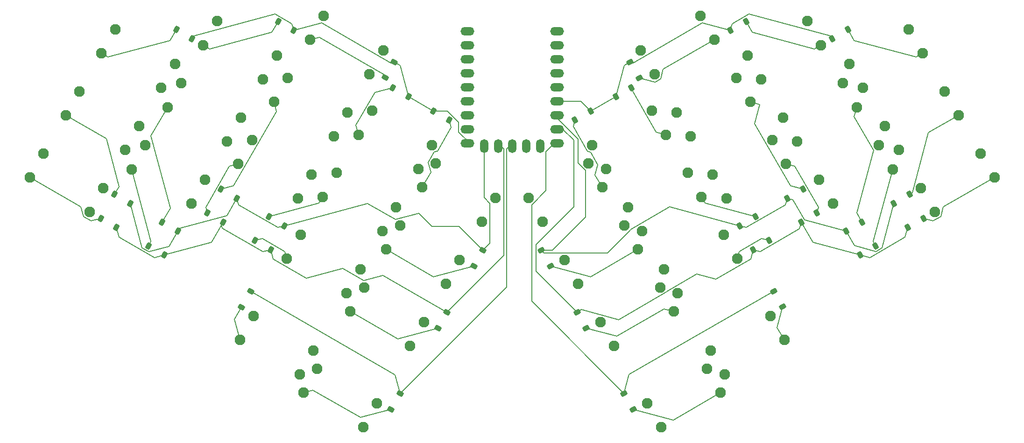
<source format=gbr>
%TF.GenerationSoftware,KiCad,Pcbnew,8.0.7-8.0.7-0~ubuntu22.04.1*%
%TF.CreationDate,2025-01-04T18:43:15+00:00*%
%TF.ProjectId,minikeeb,6d696e69-6b65-4656-922e-6b696361645f,rev?*%
%TF.SameCoordinates,Original*%
%TF.FileFunction,Copper,L1,Top*%
%TF.FilePolarity,Positive*%
%FSLAX46Y46*%
G04 Gerber Fmt 4.6, Leading zero omitted, Abs format (unit mm)*
G04 Created by KiCad (PCBNEW 8.0.7-8.0.7-0~ubuntu22.04.1) date 2025-01-04 18:43:15*
%MOMM*%
%LPD*%
G01*
G04 APERTURE LIST*
G04 Aperture macros list*
%AMRoundRect*
0 Rectangle with rounded corners*
0 $1 Rounding radius*
0 $2 $3 $4 $5 $6 $7 $8 $9 X,Y pos of 4 corners*
0 Add a 4 corners polygon primitive as box body*
4,1,4,$2,$3,$4,$5,$6,$7,$8,$9,$2,$3,0*
0 Add four circle primitives for the rounded corners*
1,1,$1+$1,$2,$3*
1,1,$1+$1,$4,$5*
1,1,$1+$1,$6,$7*
1,1,$1+$1,$8,$9*
0 Add four rect primitives between the rounded corners*
20,1,$1+$1,$2,$3,$4,$5,0*
20,1,$1+$1,$4,$5,$6,$7,0*
20,1,$1+$1,$6,$7,$8,$9,0*
20,1,$1+$1,$8,$9,$2,$3,0*%
G04 Aperture macros list end*
%TA.AperFunction,ComponentPad*%
%ADD10C,1.950000*%
%TD*%
%TA.AperFunction,SMDPad,CuDef*%
%ADD11RoundRect,0.225000X-0.007356X-0.437260X0.382356X-0.212260X0.007356X0.437260X-0.382356X0.212260X0*%
%TD*%
%TA.AperFunction,SMDPad,CuDef*%
%ADD12RoundRect,0.225000X-0.437260X0.007356X-0.212260X-0.382356X0.437260X-0.007356X0.212260X0.382356X0*%
%TD*%
%TA.AperFunction,SMDPad,CuDef*%
%ADD13RoundRect,0.225000X0.382356X0.212260X-0.007356X0.437260X-0.382356X-0.212260X0.007356X-0.437260X0*%
%TD*%
%TA.AperFunction,SMDPad,CuDef*%
%ADD14RoundRect,0.225000X-0.212260X0.382356X-0.437260X-0.007356X0.212260X-0.382356X0.437260X0.007356X0*%
%TD*%
%TA.AperFunction,SMDPad,CuDef*%
%ADD15RoundRect,0.225000X0.007356X0.437260X-0.382356X0.212260X-0.007356X-0.437260X0.382356X-0.212260X0*%
%TD*%
%TA.AperFunction,ComponentPad*%
%ADD16O,2.500000X1.500000*%
%TD*%
%TA.AperFunction,ComponentPad*%
%ADD17O,1.500000X2.500000*%
%TD*%
%TA.AperFunction,SMDPad,CuDef*%
%ADD18RoundRect,0.225000X-0.382356X-0.212260X0.007356X-0.437260X0.382356X0.212260X-0.007356X0.437260X0*%
%TD*%
%TA.AperFunction,Conductor*%
%ADD19C,0.200000*%
%TD*%
G04 APERTURE END LIST*
D10*
%TO.P,S33,1,NO_1*%
%TO.N,COL-14*%
X177949999Y-112699092D03*
%TO.P,S33,2,NO_2*%
%TO.N,unconnected-(S33-NO_2-Pad2)*%
X188776183Y-106448592D03*
%TO.P,S33,3,NO_3*%
%TO.N,unconnected-(S33-NO_3-Pad3)*%
X180449999Y-117029220D03*
%TO.P,S33,4,NO_4*%
%TO.N,Net-(D33-A)*%
X191276183Y-110778720D03*
%TD*%
%TO.P,S21,1,NO_1*%
%TO.N,unconnected-(S21-NO_1-Pad1)*%
X68495497Y-67403363D03*
%TO.P,S21,2,NO_2*%
%TO.N,COL-00*%
X79321681Y-73653863D03*
%TO.P,S21,3,NO_3*%
%TO.N,Net-(D21-A)*%
X65995497Y-71733491D03*
%TO.P,S21,4,NO_4*%
%TO.N,unconnected-(S21-NO_4-Pad4)*%
X76821681Y-77983991D03*
%TD*%
D11*
%TO.P,D19,1,K*%
%TO.N,ROW-11*%
X214021558Y-81480864D03*
%TO.P,D19,2,A*%
%TO.N,Net-(D19-A)*%
X216879442Y-79830864D03*
%TD*%
D10*
%TO.P,S27,1,NO_1*%
%TO.N,COL-13*%
X180973874Y-88436596D03*
%TO.P,S27,2,NO_2*%
%TO.N,unconnected-(S27-NO_2-Pad2)*%
X191800058Y-82186096D03*
%TO.P,S27,3,NO_3*%
%TO.N,unconnected-(S27-NO_3-Pad3)*%
X183473874Y-92766724D03*
%TO.P,S27,4,NO_4*%
%TO.N,Net-(D27-A)*%
X194300058Y-86516224D03*
%TD*%
D11*
%TO.P,D18,1,K*%
%TO.N,ROW-11*%
X203360631Y-75511597D03*
%TO.P,D18,2,A*%
%TO.N,Net-(D18-A)*%
X206218515Y-73861597D03*
%TD*%
%TO.P,D30,1,K*%
%TO.N,ROW-12*%
X225181812Y-80810991D03*
%TO.P,D30,2,A*%
%TO.N,Net-(D30-A)*%
X228039696Y-79160991D03*
%TD*%
D10*
%TO.P,S1,1,NO_1*%
%TO.N,unconnected-(S1-NO_1-Pad1)*%
X81495497Y-44886702D03*
%TO.P,S1,2,NO_2*%
%TO.N,COL-00*%
X92321681Y-51137202D03*
%TO.P,S1,3,NO_3*%
%TO.N,Net-(D1-A)*%
X78995497Y-49216830D03*
%TO.P,S1,4,NO_4*%
%TO.N,unconnected-(S1-NO_4-Pad4)*%
X89821681Y-55467330D03*
%TD*%
D11*
%TO.P,D7,1,K*%
%TO.N,ROW-10*%
X172237814Y-57107297D03*
%TO.P,D7,2,A*%
%TO.N,Net-(D7-A)*%
X175095698Y-55457297D03*
%TD*%
D10*
%TO.P,S28,1,NO_1*%
%TO.N,COL-12*%
X189806787Y-71235650D03*
%TO.P,S28,2,NO_2*%
%TO.N,unconnected-(S28-NO_2-Pad2)*%
X200632971Y-64985150D03*
%TO.P,S28,3,NO_3*%
%TO.N,unconnected-(S28-NO_3-Pad3)*%
X192306787Y-75565778D03*
%TO.P,S28,4,NO_4*%
%TO.N,Net-(D28-A)*%
X203132971Y-69315278D03*
%TD*%
D12*
%TO.P,D34,1,K*%
%TO.N,ROW-13*%
X200855762Y-92373036D03*
%TO.P,D34,2,A*%
%TO.N,Net-(D34-A)*%
X202505762Y-95230920D03*
%TD*%
D11*
%TO.P,D9,1,K*%
%TO.N,ROW-10*%
X193023290Y-45106797D03*
%TO.P,D9,2,A*%
%TO.N,Net-(D9-A)*%
X195881174Y-43456797D03*
%TD*%
%TO.P,D28,1,K*%
%TO.N,ROW-12*%
X205860631Y-79841724D03*
%TO.P,D28,2,A*%
%TO.N,Net-(D28-A)*%
X208718515Y-78191724D03*
%TD*%
D10*
%TO.P,S9,1,NO_1*%
%TO.N,COL-11*%
X196118834Y-49670436D03*
%TO.P,S9,2,NO_2*%
%TO.N,unconnected-(S9-NO_2-Pad2)*%
X206945018Y-43419936D03*
%TO.P,S9,3,NO_3*%
%TO.N,unconnected-(S9-NO_3-Pad3)*%
X198618834Y-54000564D03*
%TO.P,S9,4,NO_4*%
%TO.N,Net-(D9-A)*%
X209445018Y-47750064D03*
%TD*%
D13*
%TO.P,D13,1,K*%
%TO.N,ROW-01*%
X103539369Y-75511597D03*
%TO.P,D13,2,A*%
%TO.N,Net-(D13-A)*%
X100681485Y-73861597D03*
%TD*%
D10*
%TO.P,S5,1,NO_1*%
%TO.N,unconnected-(S5-NO_1-Pad1)*%
X139623817Y-69209499D03*
%TO.P,S5,2,NO_2*%
%TO.N,COL-04*%
X150450001Y-75459999D03*
%TO.P,S5,3,NO_3*%
%TO.N,Net-(D5-A)*%
X137123817Y-73539627D03*
%TO.P,S5,4,NO_4*%
%TO.N,unconnected-(S5-NO_4-Pad4)*%
X147950001Y-79790127D03*
%TD*%
D14*
%TO.P,D15,1,K*%
%TO.N,ROW-01*%
X148155704Y-84931837D03*
%TO.P,D15,2,A*%
%TO.N,Net-(D15-A)*%
X146505704Y-87789721D03*
%TD*%
D10*
%TO.P,S2,1,NO_1*%
%TO.N,unconnected-(S2-NO_1-Pad1)*%
X99953250Y-43418936D03*
%TO.P,S2,2,NO_2*%
%TO.N,COL-01*%
X110779434Y-49669436D03*
%TO.P,S2,3,NO_3*%
%TO.N,Net-(D2-A)*%
X97453250Y-47749064D03*
%TO.P,S2,4,NO_4*%
%TO.N,unconnected-(S2-NO_4-Pad4)*%
X108279434Y-53999564D03*
%TD*%
D13*
%TO.P,D2,1,K*%
%TO.N,ROW-00*%
X113879978Y-45097136D03*
%TO.P,D2,2,A*%
%TO.N,Net-(D2-A)*%
X111022094Y-43447136D03*
%TD*%
D10*
%TO.P,S14,1,NO_1*%
%TO.N,unconnected-(S14-NO_1-Pad1)*%
X121600808Y-70928266D03*
%TO.P,S14,2,NO_2*%
%TO.N,COL-03*%
X132426992Y-77178766D03*
%TO.P,S14,3,NO_3*%
%TO.N,Net-(D14-A)*%
X119100808Y-75258394D03*
%TO.P,S14,4,NO_4*%
%TO.N,unconnected-(S14-NO_4-Pad4)*%
X129926992Y-81508894D03*
%TD*%
D12*
%TO.P,D16,1,K*%
%TO.N,ROW-11*%
X158754680Y-84951823D03*
%TO.P,D16,2,A*%
%TO.N,Net-(D16-A)*%
X160404680Y-87809707D03*
%TD*%
D10*
%TO.P,S6,1,NO_1*%
%TO.N,COL-14*%
X156449999Y-75459999D03*
%TO.P,S6,2,NO_2*%
%TO.N,unconnected-(S6-NO_2-Pad2)*%
X167276183Y-69209499D03*
%TO.P,S6,3,NO_3*%
%TO.N,unconnected-(S6-NO_3-Pad3)*%
X158949999Y-79790127D03*
%TO.P,S6,4,NO_4*%
%TO.N,Net-(D6-A)*%
X169776183Y-73539627D03*
%TD*%
%TO.P,S4,1,NO_1*%
%TO.N,unconnected-(S4-NO_1-Pad1)*%
X128099942Y-59669436D03*
%TO.P,S4,2,NO_2*%
%TO.N,COL-03*%
X138926126Y-65919936D03*
%TO.P,S4,3,NO_3*%
%TO.N,Net-(D4-A)*%
X125599942Y-63999564D03*
%TO.P,S4,4,NO_4*%
%TO.N,unconnected-(S4-NO_4-Pad4)*%
X136426126Y-70250064D03*
%TD*%
D15*
%TO.P,D6,1,K*%
%TO.N,ROW-10*%
X167714996Y-59718547D03*
%TO.P,D6,2,A*%
%TO.N,Net-(D6-A)*%
X164857112Y-61368547D03*
%TD*%
D14*
%TO.P,D32,1,K*%
%TO.N,ROW-03*%
X133144454Y-110932085D03*
%TO.P,D32,2,A*%
%TO.N,Net-(D32-A)*%
X131494454Y-113789969D03*
%TD*%
D10*
%TO.P,S3,1,NO_1*%
%TO.N,unconnected-(S3-NO_1-Pad1)*%
X119281163Y-42442009D03*
%TO.P,S3,2,NO_2*%
%TO.N,COL-02*%
X130107347Y-48692509D03*
%TO.P,S3,3,NO_3*%
%TO.N,Net-(D3-A)*%
X116781163Y-46772137D03*
%TO.P,S3,4,NO_4*%
%TO.N,unconnected-(S3-NO_4-Pad4)*%
X127607347Y-53022637D03*
%TD*%
%TO.P,S31,1,NO_1*%
%TO.N,unconnected-(S31-NO_1-Pad1)*%
X106599076Y-96908028D03*
%TO.P,S31,2,NO_2*%
%TO.N,COL-03*%
X117425260Y-103158528D03*
%TO.P,S31,3,NO_3*%
%TO.N,Net-(D31-A)*%
X104099076Y-101238156D03*
%TO.P,S31,4,NO_4*%
%TO.N,unconnected-(S31-NO_4-Pad4)*%
X114925260Y-107488656D03*
%TD*%
D13*
%TO.P,D1,1,K*%
%TO.N,ROW-00*%
X95418091Y-46574063D03*
%TO.P,D1,2,A*%
%TO.N,Net-(D1-A)*%
X92560207Y-44924063D03*
%TD*%
D16*
%TO.P,U1,1,0*%
%TO.N,COL-10*%
X161570000Y-45250000D03*
%TO.P,U1,2,1*%
%TO.N,COL-11*%
X161570000Y-47790000D03*
%TO.P,U1,3,2*%
%TO.N,COL-12*%
X161570000Y-50330000D03*
%TO.P,U1,4,3*%
%TO.N,COL-13*%
X161570000Y-52870000D03*
%TO.P,U1,5,4*%
%TO.N,COL-14*%
X161570000Y-55410000D03*
%TO.P,U1,6,5*%
%TO.N,ROW-10*%
X161570000Y-57950000D03*
%TO.P,U1,7,6*%
%TO.N,ROW-11*%
X161570000Y-60490000D03*
%TO.P,U1,8,7*%
%TO.N,ROW-12*%
X161570000Y-63030000D03*
%TO.P,U1,9,8*%
%TO.N,ROW-13*%
X161570000Y-65570000D03*
D17*
%TO.P,U1,10,9*%
%TO.N,unconnected-(U1-9-Pad10)*%
X158530000Y-66070000D03*
%TO.P,U1,11,10*%
%TO.N,unconnected-(U1-10-Pad11)*%
X155990000Y-66070000D03*
%TO.P,U1,12,11*%
%TO.N,ROW-03*%
X153450000Y-66070000D03*
%TO.P,U1,13,12*%
%TO.N,ROW-02*%
X150910000Y-66070000D03*
%TO.P,U1,14,13*%
%TO.N,ROW-01*%
X148370000Y-66070000D03*
D16*
%TO.P,U1,15,14*%
%TO.N,ROW-00*%
X145330000Y-65570000D03*
%TO.P,U1,16,15*%
%TO.N,COL-04*%
X145330000Y-63030000D03*
%TO.P,U1,17,26*%
%TO.N,COL-03*%
X145330000Y-60490000D03*
%TO.P,U1,18,27*%
%TO.N,COL-02*%
X145330000Y-57950000D03*
%TO.P,U1,19,28*%
%TO.N,COL-01*%
X145330000Y-55410000D03*
%TO.P,U1,20,29*%
%TO.N,COL-00*%
X145330000Y-52870000D03*
%TO.P,U1,21,3V3*%
%TO.N,unconnected-(U1-3V3-Pad21)*%
X145330000Y-50330000D03*
%TO.P,U1,22,GND*%
%TO.N,unconnected-(U1-GND-Pad22)*%
X145330000Y-47790000D03*
%TO.P,U1,23,5V*%
%TO.N,unconnected-(U1-5V-Pad23)*%
X145330000Y-45250000D03*
%TD*%
D10*
%TO.P,S17,1,NO_1*%
%TO.N,COL-13*%
X174473008Y-77178766D03*
%TO.P,S17,2,NO_2*%
%TO.N,unconnected-(S17-NO_2-Pad2)*%
X185299192Y-70928266D03*
%TO.P,S17,3,NO_3*%
%TO.N,unconnected-(S17-NO_3-Pad3)*%
X176973008Y-81508894D03*
%TO.P,S17,4,NO_4*%
%TO.N,Net-(D17-A)*%
X187799192Y-75258394D03*
%TD*%
D12*
%TO.P,D33,1,K*%
%TO.N,ROW-13*%
X173754680Y-110932585D03*
%TO.P,D33,2,A*%
%TO.N,Net-(D33-A)*%
X175404680Y-113790469D03*
%TD*%
D10*
%TO.P,S15,1,NO_1*%
%TO.N,unconnected-(S15-NO_1-Pad1)*%
X133123817Y-80467829D03*
%TO.P,S15,2,NO_2*%
%TO.N,COL-04*%
X143950001Y-86718329D03*
%TO.P,S15,3,NO_3*%
%TO.N,Net-(D15-A)*%
X130623817Y-84797957D03*
%TO.P,S15,4,NO_4*%
%TO.N,unconnected-(S15-NO_4-Pad4)*%
X141450001Y-91048457D03*
%TD*%
%TO.P,S8,1,NO_1*%
%TO.N,COL-12*%
X176795921Y-48702169D03*
%TO.P,S8,2,NO_2*%
%TO.N,unconnected-(S8-NO_2-Pad2)*%
X187622105Y-42451669D03*
%TO.P,S8,3,NO_3*%
%TO.N,unconnected-(S8-NO_3-Pad3)*%
X179295921Y-53032297D03*
%TO.P,S8,4,NO_4*%
%TO.N,Net-(D8-A)*%
X190122105Y-46781797D03*
%TD*%
D13*
%TO.P,D23,1,K*%
%TO.N,ROW-02*%
X101039369Y-79841724D03*
%TO.P,D23,2,A*%
%TO.N,Net-(D23-A)*%
X98181485Y-78191724D03*
%TD*%
D14*
%TO.P,D25,1,K*%
%TO.N,ROW-02*%
X141655704Y-96190167D03*
%TO.P,D25,2,A*%
%TO.N,Net-(D25-A)*%
X140005704Y-99048051D03*
%TD*%
D10*
%TO.P,S22,1,NO_1*%
%TO.N,unconnected-(S22-NO_1-Pad1)*%
X86954116Y-65936096D03*
%TO.P,S22,2,NO_2*%
%TO.N,COL-01*%
X97780300Y-72186596D03*
%TO.P,S22,3,NO_3*%
%TO.N,Net-(D22-A)*%
X84454116Y-70266224D03*
%TO.P,S22,4,NO_4*%
%TO.N,unconnected-(S22-NO_4-Pad4)*%
X95280300Y-76516724D03*
%TD*%
%TO.P,S16,1,NO_1*%
%TO.N,COL-14*%
X162949999Y-86718330D03*
%TO.P,S16,2,NO_2*%
%TO.N,unconnected-(S16-NO_2-Pad2)*%
X173776183Y-80467830D03*
%TO.P,S16,3,NO_3*%
%TO.N,unconnected-(S16-NO_3-Pad3)*%
X165449999Y-91048458D03*
%TO.P,S16,4,NO_4*%
%TO.N,Net-(D16-A)*%
X176276183Y-84797958D03*
%TD*%
%TO.P,S13,1,NO_1*%
%TO.N,unconnected-(S13-NO_1-Pad1)*%
X112776163Y-53708999D03*
%TO.P,S13,2,NO_2*%
%TO.N,COL-02*%
X123602347Y-59959499D03*
%TO.P,S13,3,NO_3*%
%TO.N,Net-(D13-A)*%
X110276163Y-58039127D03*
%TO.P,S13,4,NO_4*%
%TO.N,unconnected-(S13-NO_4-Pad4)*%
X121102347Y-64289627D03*
%TD*%
D13*
%TO.P,D21,1,K*%
%TO.N,ROW-02*%
X81714724Y-80808990D03*
%TO.P,D21,2,A*%
%TO.N,Net-(D21-A)*%
X78856840Y-79158990D03*
%TD*%
D10*
%TO.P,S10,1,NO_1*%
%TO.N,COL-10*%
X214575721Y-51138703D03*
%TO.P,S10,2,NO_2*%
%TO.N,unconnected-(S10-NO_2-Pad2)*%
X225401905Y-44888203D03*
%TO.P,S10,3,NO_3*%
%TO.N,unconnected-(S10-NO_3-Pad3)*%
X217075721Y-55468831D03*
%TO.P,S10,4,NO_4*%
%TO.N,Net-(D10-A)*%
X227901905Y-49218331D03*
%TD*%
%TO.P,S34,1,NO_1*%
%TO.N,COL-13*%
X189473874Y-103159028D03*
%TO.P,S34,2,NO_2*%
%TO.N,unconnected-(S34-NO_2-Pad2)*%
X200300058Y-96908528D03*
%TO.P,S34,3,NO_3*%
%TO.N,unconnected-(S34-NO_3-Pad3)*%
X191973874Y-107489156D03*
%TO.P,S34,4,NO_4*%
%TO.N,Net-(D34-A)*%
X202800058Y-101238656D03*
%TD*%
D13*
%TO.P,D22,1,K*%
%TO.N,ROW-02*%
X90374978Y-85808990D03*
%TO.P,D22,2,A*%
%TO.N,Net-(D22-A)*%
X87517094Y-84158990D03*
%TD*%
D10*
%TO.P,S30,1,NO_1*%
%TO.N,COL-10*%
X227575721Y-73655363D03*
%TO.P,S30,2,NO_2*%
%TO.N,unconnected-(S30-NO_2-Pad2)*%
X238401905Y-67404863D03*
%TO.P,S30,3,NO_3*%
%TO.N,unconnected-(S30-NO_3-Pad3)*%
X230075721Y-77985491D03*
%TO.P,S30,4,NO_4*%
%TO.N,Net-(D30-A)*%
X240901905Y-71734991D03*
%TD*%
D11*
%TO.P,D10,1,K*%
%TO.N,ROW-10*%
X211481043Y-46574563D03*
%TO.P,D10,2,A*%
%TO.N,Net-(D10-A)*%
X214338927Y-44924563D03*
%TD*%
%TO.P,D29,1,K*%
%TO.N,ROW-12*%
X216521558Y-85810991D03*
%TO.P,D29,2,A*%
%TO.N,Net-(D29-A)*%
X219379442Y-84160991D03*
%TD*%
D13*
%TO.P,D11,1,K*%
%TO.N,ROW-01*%
X84214724Y-76478863D03*
%TO.P,D11,2,A*%
%TO.N,Net-(D11-A)*%
X81356840Y-74828863D03*
%TD*%
D10*
%TO.P,S25,1,NO_1*%
%TO.N,unconnected-(S25-NO_1-Pad1)*%
X126623817Y-91726160D03*
%TO.P,S25,2,NO_2*%
%TO.N,COL-04*%
X137450001Y-97976660D03*
%TO.P,S25,3,NO_3*%
%TO.N,Net-(D25-A)*%
X124123817Y-96056288D03*
%TO.P,S25,4,NO_4*%
%TO.N,unconnected-(S25-NO_4-Pad4)*%
X134950001Y-102306788D03*
%TD*%
%TO.P,S12,1,NO_1*%
%TO.N,unconnected-(S12-NO_1-Pad1)*%
X93453250Y-54677266D03*
%TO.P,S12,2,NO_2*%
%TO.N,COL-01*%
X104279434Y-60927766D03*
%TO.P,S12,3,NO_3*%
%TO.N,Net-(D12-A)*%
X90953250Y-59007394D03*
%TO.P,S12,4,NO_4*%
%TO.N,unconnected-(S12-NO_4-Pad4)*%
X101779434Y-65257894D03*
%TD*%
%TO.P,S32,1,NO_1*%
%TO.N,unconnected-(S32-NO_1-Pad1)*%
X118123817Y-106448591D03*
%TO.P,S32,2,NO_2*%
%TO.N,COL-04*%
X128950001Y-112699091D03*
%TO.P,S32,3,NO_3*%
%TO.N,Net-(D32-A)*%
X115623817Y-110778719D03*
%TO.P,S32,4,NO_4*%
%TO.N,unconnected-(S32-NO_4-Pad4)*%
X126450001Y-117029219D03*
%TD*%
%TO.P,S23,1,NO_1*%
%TO.N,unconnected-(S23-NO_1-Pad1)*%
X106276163Y-64967329D03*
%TO.P,S23,2,NO_2*%
%TO.N,COL-02*%
X117102347Y-71217829D03*
%TO.P,S23,3,NO_3*%
%TO.N,Net-(D23-A)*%
X103776163Y-69297457D03*
%TO.P,S23,4,NO_4*%
%TO.N,unconnected-(S23-NO_4-Pad4)*%
X114602347Y-75547957D03*
%TD*%
%TO.P,S11,1,NO_1*%
%TO.N,unconnected-(S11-NO_1-Pad1)*%
X74995497Y-56145033D03*
%TO.P,S11,2,NO_2*%
%TO.N,COL-00*%
X85821681Y-62395533D03*
%TO.P,S11,3,NO_3*%
%TO.N,Net-(D11-A)*%
X72495497Y-60475161D03*
%TO.P,S11,4,NO_4*%
%TO.N,unconnected-(S11-NO_4-Pad4)*%
X83321681Y-66725661D03*
%TD*%
D12*
%TO.P,D8,1,K*%
%TO.N,ROW-10*%
X174840217Y-50812791D03*
%TO.P,D8,2,A*%
%TO.N,Net-(D8-A)*%
X176490217Y-53670675D03*
%TD*%
D13*
%TO.P,D24,1,K*%
%TO.N,ROW-02*%
X109699623Y-84841724D03*
%TO.P,D24,2,A*%
%TO.N,Net-(D24-A)*%
X106841739Y-83191724D03*
%TD*%
%TO.P,D4,1,K*%
%TO.N,ROW-00*%
X134665454Y-57097636D03*
%TO.P,D4,2,A*%
%TO.N,Net-(D4-A)*%
X131807570Y-55447636D03*
%TD*%
D14*
%TO.P,D3,1,K*%
%TO.N,ROW-00*%
X132063917Y-50803631D03*
%TO.P,D3,2,A*%
%TO.N,Net-(D3-A)*%
X130413917Y-53661515D03*
%TD*%
D18*
%TO.P,D5,1,K*%
%TO.N,ROW-00*%
X139188271Y-59708886D03*
%TO.P,D5,2,A*%
%TO.N,Net-(D5-A)*%
X142046155Y-61358886D03*
%TD*%
D10*
%TO.P,S19,1,NO_1*%
%TO.N,COL-11*%
X202619700Y-60928266D03*
%TO.P,S19,2,NO_2*%
%TO.N,unconnected-(S19-NO_2-Pad2)*%
X213445884Y-54677766D03*
%TO.P,S19,3,NO_3*%
%TO.N,unconnected-(S19-NO_3-Pad3)*%
X205119700Y-65258394D03*
%TO.P,S19,4,NO_4*%
%TO.N,Net-(D19-A)*%
X215945884Y-59007894D03*
%TD*%
%TO.P,S24,1,NO_1*%
%TO.N,unconnected-(S24-NO_1-Pad1)*%
X115100808Y-82186596D03*
%TO.P,S24,2,NO_2*%
%TO.N,COL-03*%
X125926992Y-88437096D03*
%TO.P,S24,3,NO_3*%
%TO.N,Net-(D24-A)*%
X112600808Y-86516724D03*
%TO.P,S24,4,NO_4*%
%TO.N,unconnected-(S24-NO_4-Pad4)*%
X123426992Y-92767224D03*
%TD*%
%TO.P,S20,1,NO_1*%
%TO.N,COL-10*%
X221076587Y-62396533D03*
%TO.P,S20,2,NO_2*%
%TO.N,unconnected-(S20-NO_2-Pad2)*%
X231902771Y-56146033D03*
%TO.P,S20,3,NO_3*%
%TO.N,unconnected-(S20-NO_3-Pad3)*%
X223576587Y-66726661D03*
%TO.P,S20,4,NO_4*%
%TO.N,Net-(D20-A)*%
X234402771Y-60476161D03*
%TD*%
%TO.P,S18,1,NO_1*%
%TO.N,COL-12*%
X183296787Y-59959999D03*
%TO.P,S18,2,NO_2*%
%TO.N,unconnected-(S18-NO_2-Pad2)*%
X194122971Y-53709499D03*
%TO.P,S18,3,NO_3*%
%TO.N,unconnected-(S18-NO_3-Pad3)*%
X185796787Y-64290127D03*
%TO.P,S18,4,NO_4*%
%TO.N,Net-(D18-A)*%
X196622971Y-58039627D03*
%TD*%
D12*
%TO.P,D26,1,K*%
%TO.N,ROW-12*%
X165243430Y-96190668D03*
%TO.P,D26,2,A*%
%TO.N,Net-(D26-A)*%
X166893430Y-99048552D03*
%TD*%
D13*
%TO.P,D14,1,K*%
%TO.N,ROW-01*%
X112199623Y-80511597D03*
%TO.P,D14,2,A*%
%TO.N,Net-(D14-A)*%
X109341739Y-78861597D03*
%TD*%
D11*
%TO.P,D27,1,K*%
%TO.N,ROW-12*%
X197200377Y-84841724D03*
%TO.P,D27,2,A*%
%TO.N,Net-(D27-A)*%
X200058261Y-83191724D03*
%TD*%
D10*
%TO.P,S7,1,NO_1*%
%TO.N,COL-13*%
X167973008Y-65920436D03*
%TO.P,S7,2,NO_2*%
%TO.N,unconnected-(S7-NO_2-Pad2)*%
X178799192Y-59669936D03*
%TO.P,S7,3,NO_3*%
%TO.N,unconnected-(S7-NO_3-Pad3)*%
X170473008Y-70250564D03*
%TO.P,S7,4,NO_4*%
%TO.N,Net-(D7-A)*%
X181299192Y-64000064D03*
%TD*%
%TO.P,S26,1,NO_1*%
%TO.N,COL-14*%
X169449999Y-97976660D03*
%TO.P,S26,2,NO_2*%
%TO.N,unconnected-(S26-NO_2-Pad2)*%
X180276183Y-91726160D03*
%TO.P,S26,3,NO_3*%
%TO.N,unconnected-(S26-NO_3-Pad3)*%
X171949999Y-102306788D03*
%TO.P,S26,4,NO_4*%
%TO.N,Net-(D26-A)*%
X182776183Y-96056288D03*
%TD*%
D14*
%TO.P,D31,1,K*%
%TO.N,ROW-03*%
X106031256Y-92391521D03*
%TO.P,D31,2,A*%
%TO.N,Net-(D31-A)*%
X104381256Y-95249405D03*
%TD*%
D11*
%TO.P,D17,1,K*%
%TO.N,ROW-11*%
X194700377Y-80511597D03*
%TO.P,D17,2,A*%
%TO.N,Net-(D17-A)*%
X197558261Y-78861597D03*
%TD*%
%TO.P,D20,1,K*%
%TO.N,ROW-11*%
X222681812Y-76480864D03*
%TO.P,D20,2,A*%
%TO.N,Net-(D20-A)*%
X225539696Y-74830864D03*
%TD*%
D10*
%TO.P,S29,1,NO_1*%
%TO.N,COL-11*%
X209119700Y-72186596D03*
%TO.P,S29,2,NO_2*%
%TO.N,unconnected-(S29-NO_2-Pad2)*%
X219945884Y-65936096D03*
%TO.P,S29,3,NO_3*%
%TO.N,unconnected-(S29-NO_3-Pad3)*%
X211619700Y-76516724D03*
%TO.P,S29,4,NO_4*%
%TO.N,Net-(D29-A)*%
X222445884Y-70266224D03*
%TD*%
D13*
%TO.P,D12,1,K*%
%TO.N,ROW-01*%
X92874978Y-81478863D03*
%TO.P,D12,2,A*%
%TO.N,Net-(D12-A)*%
X90017094Y-79828863D03*
%TD*%
D19*
%TO.N,ROW-01*%
X148155704Y-84931837D02*
X143834646Y-80610779D01*
X143834646Y-80610779D02*
X138928762Y-80610779D01*
X138928762Y-80610779D02*
X136548259Y-78230276D01*
X148155704Y-84931837D02*
X149430000Y-83657541D01*
X149430000Y-83657541D02*
X149430000Y-76470000D01*
X149430000Y-76470000D02*
X148370000Y-75410000D01*
X148370000Y-75410000D02*
X148370000Y-65570000D01*
%TO.N,ROW-12*%
X165243430Y-96190668D02*
X157789975Y-88737213D01*
X157789975Y-88737213D02*
X157789975Y-83920025D01*
X157789975Y-83920025D02*
X164620000Y-77090000D01*
X164620000Y-77090000D02*
X164620000Y-65010000D01*
X164620000Y-65010000D02*
X162640000Y-63030000D01*
X162640000Y-63030000D02*
X161070000Y-63030000D01*
%TO.N,ROW-11*%
X158754680Y-84951823D02*
X159246187Y-85443330D01*
X170768549Y-85443330D02*
X174825895Y-81385984D01*
X159246187Y-85443330D02*
X170768549Y-85443330D01*
X174825895Y-81385984D02*
X174860667Y-81256211D01*
X174860667Y-81256211D02*
X182030491Y-77116711D01*
X182030491Y-77116711D02*
X194700377Y-80511597D01*
X158754680Y-84951823D02*
X160748178Y-84951823D01*
X160748178Y-84951823D02*
X166760000Y-78940001D01*
%TO.N,ROW-00*%
X143780000Y-63520000D02*
X145830000Y-65570000D01*
X95418091Y-46574063D02*
X95718091Y-46054448D01*
X95718091Y-46054448D02*
X110484825Y-42097713D01*
X132063917Y-50803631D02*
X133146448Y-51428631D01*
X118968423Y-43733691D02*
X131483356Y-50959191D01*
X133146448Y-51428631D02*
X134665454Y-57097636D01*
X110484825Y-42097713D02*
X113550555Y-43867713D01*
X113879978Y-45097136D02*
X118968423Y-43733691D01*
X141736691Y-59708886D02*
X143780000Y-61752195D01*
X143780000Y-61752195D02*
X143780000Y-63520000D01*
X131483356Y-50959191D02*
X132063917Y-50803631D01*
X113550555Y-43867713D02*
X113879978Y-45097136D01*
X134665454Y-57097636D02*
X139188271Y-59708886D01*
X139188271Y-59708886D02*
X141736691Y-59708886D01*
%TO.N,Net-(D1-A)*%
X80189623Y-49906259D02*
X91421278Y-46896746D01*
X78995497Y-49216830D02*
X80189623Y-49906259D01*
X91421278Y-46896746D02*
X92560207Y-44924063D01*
%TO.N,Net-(D2-A)*%
X98647376Y-48438492D02*
X109877665Y-45429345D01*
X97453250Y-47749063D02*
X98647376Y-48438492D01*
X109877665Y-45429345D02*
X111022094Y-43447136D01*
%TO.N,Net-(D3-A)*%
X130258356Y-53080954D02*
X130413917Y-53661514D01*
X116781163Y-46772136D02*
X118522846Y-46305454D01*
X118522846Y-46305454D02*
X130258356Y-53080954D01*
%TO.N,Net-(D4-A)*%
X128563260Y-56316946D02*
X131807570Y-55447636D01*
X125599942Y-63999563D02*
X125133260Y-62257881D01*
X125133260Y-62257881D02*
X128563260Y-56316946D01*
%TO.N,Net-(D5-A)*%
X139952026Y-66965025D02*
X142408337Y-62710568D01*
X138255573Y-69029367D02*
X139355073Y-67124978D01*
X139355073Y-67124978D02*
X139952026Y-66965025D01*
X137123817Y-73539627D02*
X138722255Y-70771050D01*
X138722255Y-70771050D02*
X138255573Y-69029367D01*
X142408337Y-62710568D02*
X142046155Y-61358886D01*
%TO.N,ROW-10*%
X211181043Y-46054948D02*
X196427969Y-42101874D01*
X211481043Y-46574563D02*
X211181043Y-46054948D01*
X167714996Y-59718547D02*
X165946449Y-57950000D01*
X173756819Y-51438291D02*
X172237814Y-57107297D01*
X165946449Y-57950000D02*
X161070000Y-57950000D01*
X196427969Y-42101874D02*
X193352713Y-43877374D01*
X193352713Y-43877374D02*
X193023290Y-45106797D01*
X187934845Y-43743352D02*
X175420778Y-50968352D01*
X174840217Y-50812791D02*
X173756819Y-51438291D01*
X167714996Y-59718547D02*
X172237814Y-57107297D01*
X175420778Y-50968352D02*
X174840217Y-50812791D01*
X193023290Y-45106797D02*
X187934845Y-43743352D01*
%TO.N,Net-(D7-A)*%
X175032009Y-55694985D02*
X175095698Y-55457297D01*
X181299192Y-64000063D02*
X179557509Y-63533381D01*
X179557509Y-63533381D02*
X175032009Y-55694985D01*
%TO.N,Net-(D8-A)*%
X179393021Y-54448479D02*
X176490217Y-53670675D01*
X180390789Y-53872418D02*
X179393021Y-54448479D01*
X190122105Y-46781797D02*
X180857471Y-52130735D01*
X180857471Y-52130735D02*
X180390789Y-53872418D01*
%TO.N,Net-(D9-A)*%
X208250891Y-48439492D02*
X197020603Y-45430346D01*
X209445017Y-47750063D02*
X208250891Y-48439492D01*
X197020603Y-45430346D02*
X195881174Y-43456797D01*
%TO.N,ROW-01*%
X127264319Y-76475023D02*
X132283696Y-79372962D01*
X87589308Y-85239913D02*
X91273478Y-84252743D01*
X86374274Y-84538413D02*
X87589308Y-85239913D01*
X103539369Y-75511597D02*
X103868792Y-76741019D01*
X84214724Y-76478863D02*
X86374274Y-84538413D01*
X132283696Y-79372962D02*
X136548259Y-78230276D01*
X91273478Y-84252743D02*
X92874978Y-81478863D01*
X92874978Y-81478863D02*
X93174978Y-80959248D01*
X101715369Y-78670857D02*
X103539369Y-75511597D01*
X112199623Y-80511597D02*
X127264319Y-76475023D01*
X103868792Y-76741019D02*
X110970200Y-80841019D01*
X93174978Y-80959248D02*
X101715369Y-78670857D01*
X110970200Y-80841019D02*
X112199623Y-80511597D01*
%TO.N,Net-(D11-A)*%
X82183340Y-73397323D02*
X81356840Y-74828863D01*
X79860177Y-64727160D02*
X82183340Y-73397323D01*
X72495497Y-60475160D02*
X79860177Y-64727160D01*
%TO.N,Net-(D12-A)*%
X91468594Y-77314792D02*
X90017094Y-79828863D01*
X90953250Y-59007393D02*
X87954750Y-64200948D01*
X87954750Y-64200948D02*
X91468594Y-77314792D01*
%TO.N,Net-(D13-A)*%
X110276163Y-58039127D02*
X110742846Y-59780809D01*
X102966846Y-73249236D02*
X100681485Y-73861597D01*
X110742846Y-59780809D02*
X102966846Y-73249236D01*
%TO.N,Net-(D14-A)*%
X119100808Y-75258393D02*
X118425808Y-76427528D01*
X118425808Y-76427528D02*
X109341739Y-78861597D01*
%TO.N,Net-(D15-A)*%
X130623817Y-84797957D02*
X139197468Y-89747957D01*
X139197468Y-89747957D02*
X146505704Y-87789721D01*
%TO.N,Net-(D16-A)*%
X167682180Y-89759707D02*
X160404680Y-87809707D01*
X176276183Y-84797957D02*
X167682180Y-89759707D01*
%TO.N,ROW-11*%
X203031208Y-76741020D02*
X195929800Y-80841020D01*
X166760000Y-70496439D02*
X165408394Y-69144833D01*
X222681812Y-76480864D02*
X220522262Y-84540414D01*
X204385150Y-75786116D02*
X203360631Y-75511597D01*
X203360631Y-75511597D02*
X203031208Y-76741020D01*
X214021558Y-81480864D02*
X206511150Y-79468456D01*
X219432802Y-85169414D02*
X215550558Y-84129169D01*
X165408394Y-69144833D02*
X165408394Y-64828394D01*
X166760000Y-78940001D02*
X166760000Y-70496439D01*
X206511150Y-79468456D02*
X204385150Y-75786116D01*
X195929800Y-80841020D02*
X194700377Y-80511597D01*
X220522262Y-84540414D02*
X219432802Y-85169414D01*
X215550558Y-84129169D02*
X214021558Y-81480864D01*
X165408394Y-64828394D02*
X161070000Y-60490000D01*
%TO.N,Net-(D17-A)*%
X187799192Y-75258394D02*
X188474192Y-76427528D01*
X188474192Y-76427528D02*
X197558261Y-78861597D01*
%TO.N,Net-(D18-A)*%
X198364653Y-58506309D02*
X197431288Y-61989674D01*
X197431288Y-61989674D02*
X203931788Y-73248870D01*
X196622971Y-58039627D02*
X198364653Y-58506309D01*
X203931788Y-73248870D02*
X206218515Y-73861597D01*
%TO.N,Net-(D19-A)*%
X218968701Y-66793567D02*
X215920442Y-78169827D01*
X215479201Y-60749576D02*
X218968701Y-66793567D01*
X215920442Y-78169827D02*
X216879442Y-79830864D01*
X215945883Y-59007894D02*
X215479201Y-60749576D01*
%TO.N,Net-(D20-A)*%
X234402771Y-60476160D02*
X228942374Y-63628722D01*
X226014171Y-74556925D02*
X225539696Y-74830864D01*
X228942374Y-63628722D02*
X226014171Y-74556925D01*
%TO.N,ROW-02*%
X116151407Y-90038906D02*
X122759640Y-88268235D01*
X141655704Y-96190167D02*
X151930000Y-85915871D01*
X110166305Y-86583406D02*
X116151407Y-90038906D01*
X108265296Y-85226050D02*
X109699623Y-84841724D01*
X130048259Y-89488606D02*
X141655704Y-96190167D01*
X126513753Y-90435674D02*
X130048259Y-89488606D01*
X109699623Y-84841724D02*
X110166305Y-86583406D01*
X88599145Y-86284823D02*
X90374978Y-85808990D01*
X101039369Y-79841724D02*
X100739369Y-80361339D01*
X98915369Y-83520599D02*
X101039369Y-79841724D01*
X151930000Y-66590000D02*
X150910000Y-65570000D01*
X82190557Y-82584823D02*
X88599145Y-86284823D01*
X151930000Y-85915871D02*
X151930000Y-66590000D01*
X100904080Y-80976050D02*
X108265296Y-85226050D01*
X100739369Y-80361339D02*
X100904080Y-80976050D01*
X122759640Y-88268235D02*
X126513753Y-90435674D01*
X90374978Y-85808990D02*
X98915369Y-83520599D01*
X81714724Y-80808990D02*
X82190557Y-82584823D01*
%TO.N,Net-(D21-A)*%
X77115158Y-79625673D02*
X78856840Y-79158990D01*
X75726813Y-78824111D02*
X77115158Y-79625673D01*
X65995497Y-71733490D02*
X75260130Y-77082429D01*
X75260130Y-77082429D02*
X75726813Y-78824111D01*
%TO.N,Net-(D22-A)*%
X87967594Y-83378701D02*
X87517094Y-84158990D01*
X84454116Y-70266224D02*
X87967594Y-83378701D01*
%TO.N,Net-(D23-A)*%
X97906966Y-77167205D02*
X98181485Y-78191724D01*
X103776163Y-69297457D02*
X102207966Y-69717654D01*
X102207966Y-69717654D02*
X97906966Y-77167205D01*
%TO.N,Net-(D24-A)*%
X112243933Y-85184849D02*
X108173614Y-82834849D01*
X108173614Y-82834849D02*
X106841739Y-83191724D01*
X112600808Y-86516724D02*
X112243933Y-85184849D01*
%TO.N,Net-(D25-A)*%
X132697468Y-101006287D02*
X140005704Y-99048051D01*
X124123817Y-96056287D02*
X132697468Y-101006287D01*
%TO.N,Net-(D26-A)*%
X172459983Y-100540105D02*
X166893430Y-99048552D01*
X182776183Y-96056287D02*
X181034501Y-95589605D01*
X181034501Y-95589605D02*
X172459983Y-100540105D01*
%TO.N,ROW-12*%
X181389352Y-92497980D02*
X181371051Y-92566281D01*
X172753232Y-97541781D02*
X166025557Y-95739106D01*
X186943731Y-89291158D02*
X181389352Y-92497980D01*
X205531208Y-81071147D02*
X198429800Y-85171147D01*
X181371051Y-92566281D02*
X172753232Y-97541781D01*
X216521558Y-85810991D02*
X207986631Y-83524064D01*
X224705979Y-82586824D02*
X218297391Y-86286824D01*
X196733695Y-86583406D02*
X190427096Y-90224523D01*
X205860631Y-79841724D02*
X205531208Y-81071147D01*
X198429800Y-85171147D02*
X197200377Y-84841724D01*
X218297391Y-86286824D02*
X216521558Y-85810991D01*
X225181812Y-80810991D02*
X224705979Y-82586824D01*
X207986631Y-83524064D02*
X205860631Y-79841724D01*
X166025557Y-95739106D02*
X165243430Y-96190668D01*
X190427096Y-90224523D02*
X186943731Y-89291158D01*
X197200377Y-84841724D02*
X196733695Y-86583406D01*
%TO.N,Net-(D27-A)*%
X194656933Y-85184349D02*
X198726386Y-82834849D01*
X194300058Y-86516224D02*
X194656933Y-85184349D01*
X198726386Y-82834849D02*
X200058261Y-83191724D01*
%TO.N,Net-(D28-A)*%
X203132971Y-69315278D02*
X204702534Y-69735841D01*
X204702534Y-69735841D02*
X208993034Y-77167205D01*
X208993034Y-77167205D02*
X208718515Y-78191724D01*
%TO.N,Net-(D29-A)*%
X218930942Y-83384166D02*
X219379442Y-84160991D01*
X222445883Y-70266224D02*
X218930942Y-83384166D01*
%TO.N,Net-(D30-A)*%
X231637272Y-77083929D02*
X231170589Y-78825612D01*
X229781378Y-79627673D02*
X228039696Y-79160991D01*
X231170589Y-78825612D02*
X229781378Y-79627673D01*
X240901905Y-71734991D02*
X231637272Y-77083929D01*
%TO.N,Net-(D31-A)*%
X103092506Y-97481586D02*
X104381256Y-95249405D01*
X104099076Y-101238155D02*
X103092506Y-97481586D01*
%TO.N,ROW-03*%
X106031256Y-92391521D02*
X132229391Y-107517021D01*
X132229391Y-107517021D02*
X133144454Y-110932085D01*
X152460000Y-66560000D02*
X153450000Y-65570000D01*
X133144454Y-110932085D02*
X152460000Y-91616539D01*
X152460000Y-91616539D02*
X152460000Y-66560000D01*
%TO.N,Net-(D32-A)*%
X117365499Y-110312037D02*
X125958636Y-115273287D01*
X125958636Y-115273287D02*
X131494454Y-113789969D01*
X115623817Y-110778719D02*
X117365499Y-110312037D01*
%TO.N,Net-(D33-A)*%
X191276183Y-110778719D02*
X182682180Y-115740469D01*
X182682180Y-115740469D02*
X175404680Y-113790469D01*
%TO.N,ROW-13*%
X157000000Y-94177905D02*
X157000000Y-76713121D01*
X200855762Y-92373036D02*
X174677979Y-107486786D01*
X159580000Y-74133121D02*
X159580000Y-67060000D01*
X174677979Y-107486786D02*
X173754680Y-110932585D01*
X173754680Y-110932585D02*
X157000000Y-94177905D01*
X159580000Y-67060000D02*
X161070000Y-65570000D01*
X157000000Y-76713121D02*
X159580000Y-74133121D01*
%TO.N,Net-(D34-A)*%
X201499558Y-98986124D02*
X202505762Y-95230920D01*
X202800058Y-101238656D02*
X201499558Y-98986124D01*
%TO.N,Net-(D6-A)*%
X168501183Y-71331262D02*
X169009958Y-69432487D01*
X167702520Y-67167937D02*
X167132887Y-67015304D01*
X169776183Y-73539627D02*
X168501183Y-71331262D01*
X167132887Y-67015304D02*
X164545076Y-62533083D01*
X164545076Y-62533083D02*
X164857113Y-61368547D01*
X169009958Y-69432487D02*
X167702520Y-67167937D01*
%TO.N,Net-(D10-A)*%
X226707779Y-49907759D02*
X215478856Y-46898978D01*
X215478856Y-46898978D02*
X214338927Y-44924563D01*
X227901905Y-49218330D02*
X226707779Y-49907759D01*
%TD*%
M02*

</source>
